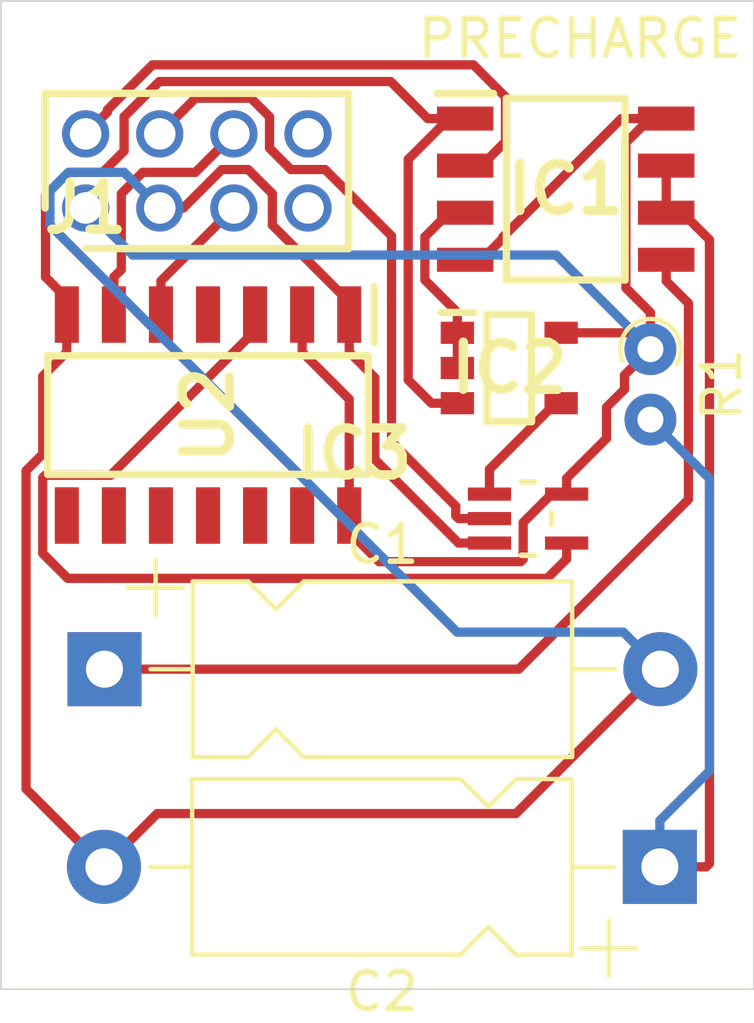
<source format=kicad_pcb>
(kicad_pcb (version 20171130) (host pcbnew "(5.1.0)-1")

  (general
    (thickness 1.6)
    (drawings 5)
    (tracks 153)
    (zones 0)
    (modules 8)
    (nets 21)
  )

  (page A4)
  (layers
    (0 F.Cu signal)
    (31 B.Cu signal)
    (32 B.Adhes user)
    (33 F.Adhes user)
    (34 B.Paste user)
    (35 F.Paste user)
    (36 B.SilkS user)
    (37 F.SilkS user)
    (38 B.Mask user)
    (39 F.Mask user)
    (40 Dwgs.User user)
    (41 Cmts.User user)
    (42 Eco1.User user)
    (43 Eco2.User user)
    (44 Edge.Cuts user)
    (45 Margin user)
    (46 B.CrtYd user)
    (47 F.CrtYd user)
    (48 B.Fab user)
    (49 F.Fab user)
  )

  (setup
    (last_trace_width 0.25)
    (trace_clearance 0.2)
    (zone_clearance 0.508)
    (zone_45_only no)
    (trace_min 0.2)
    (via_size 0.8)
    (via_drill 0.4)
    (via_min_size 0.4)
    (via_min_drill 0.3)
    (uvia_size 0.3)
    (uvia_drill 0.1)
    (uvias_allowed no)
    (uvia_min_size 0.2)
    (uvia_min_drill 0.1)
    (edge_width 0.05)
    (segment_width 0.2)
    (pcb_text_width 0.3)
    (pcb_text_size 1.5 1.5)
    (mod_edge_width 0.12)
    (mod_text_size 1 1)
    (mod_text_width 0.15)
    (pad_size 1.524 1.524)
    (pad_drill 0.762)
    (pad_to_mask_clearance 0.051)
    (solder_mask_min_width 0.25)
    (aux_axis_origin 0 0)
    (visible_elements 7FFFFFFF)
    (pcbplotparams
      (layerselection 0x010fc_ffffffff)
      (usegerberextensions false)
      (usegerberattributes false)
      (usegerberadvancedattributes false)
      (creategerberjobfile false)
      (excludeedgelayer true)
      (linewidth 0.100000)
      (plotframeref false)
      (viasonmask false)
      (mode 1)
      (useauxorigin false)
      (hpglpennumber 1)
      (hpglpenspeed 20)
      (hpglpendiameter 15.000000)
      (psnegative false)
      (psa4output false)
      (plotreference true)
      (plotvalue true)
      (plotinvisibletext false)
      (padsonsilk false)
      (subtractmaskfromsilk false)
      (outputformat 1)
      (mirror false)
      (drillshape 0)
      (scaleselection 1)
      (outputdirectory "Precharge/"))
  )

  (net 0 "")
  (net 1 /Gnd)
  (net 2 "Net-(C1-Pad1)")
  (net 3 "Net-(C2-Pad1)")
  (net 4 "Net-(IC1-Pad2)")
  (net 5 "Net-(IC1-Pad3)")
  (net 6 /Vcc)
  (net 7 "Net-(IC2-Pad4)")
  (net 8 /Voltage_Sensor)
  (net 9 "Net-(IC3-Pad4)")
  (net 10 "Net-(J1-Pad5)")
  (net 11 "Net-(J1-Pad6)")
  (net 12 "Net-(J1-Pad7)")
  (net 13 "Net-(J1-Pad8)")
  (net 14 "Net-(U2-Pad4)")
  (net 15 "Net-(U2-Pad8)")
  (net 16 "Net-(U2-Pad9)")
  (net 17 "Net-(U2-Pad10)")
  (net 18 "Net-(U2-Pad11)")
  (net 19 "Net-(U2-Pad12)")
  (net 20 "Net-(U2-Pad13)")

  (net_class Default "This is the default net class."
    (clearance 0.2)
    (trace_width 0.25)
    (via_dia 0.8)
    (via_drill 0.4)
    (uvia_dia 0.3)
    (uvia_drill 0.1)
    (add_net /Gnd)
    (add_net /Vcc)
    (add_net /Voltage_Sensor)
    (add_net "Net-(C1-Pad1)")
    (add_net "Net-(C2-Pad1)")
    (add_net "Net-(IC1-Pad2)")
    (add_net "Net-(IC1-Pad3)")
    (add_net "Net-(IC2-Pad4)")
    (add_net "Net-(IC3-Pad4)")
    (add_net "Net-(J1-Pad5)")
    (add_net "Net-(J1-Pad6)")
    (add_net "Net-(J1-Pad7)")
    (add_net "Net-(J1-Pad8)")
    (add_net "Net-(U2-Pad10)")
    (add_net "Net-(U2-Pad11)")
    (add_net "Net-(U2-Pad12)")
    (add_net "Net-(U2-Pad13)")
    (add_net "Net-(U2-Pad4)")
    (add_net "Net-(U2-Pad8)")
    (add_net "Net-(U2-Pad9)")
  )

  (module SamacSys_Parts:SHDR8W46P200_2X4_819X419X444P (layer F.Cu) (tedit 0) (tstamp 5D5D7429)
    (at 79.756 70.358)
    (descr 79107-7003_a)
    (tags Connector)
    (path /5D5D6AC9)
    (fp_text reference J1 (at 0 0) (layer F.SilkS)
      (effects (font (size 1.27 1.27) (thickness 0.254)))
    )
    (fp_text value 79107-7003 (at 0 0) (layer F.SilkS) hide
      (effects (font (size 1.27 1.27) (thickness 0.254)))
    )
    (fp_line (start -1.095 -3.095) (end -1.095 0) (layer F.SilkS) (width 0.2))
    (fp_line (start 7.095 -3.095) (end -1.095 -3.095) (layer F.SilkS) (width 0.2))
    (fp_line (start 7.095 1.095) (end 7.095 -3.095) (layer F.SilkS) (width 0.2))
    (fp_line (start 0 1.095) (end 7.095 1.095) (layer F.SilkS) (width 0.2))
    (fp_line (start 7.095 1.095) (end -1.095 1.095) (layer F.Fab) (width 0.1))
    (fp_line (start 7.095 -3.095) (end 7.095 1.095) (layer F.Fab) (width 0.1))
    (fp_line (start -1.095 -3.095) (end 7.095 -3.095) (layer F.Fab) (width 0.1))
    (fp_line (start -1.095 1.095) (end -1.095 -3.095) (layer F.Fab) (width 0.1))
    (fp_line (start 7.345 1.345) (end -1.345 1.345) (layer F.CrtYd) (width 0.05))
    (fp_line (start 7.345 -3.345) (end 7.345 1.345) (layer F.CrtYd) (width 0.05))
    (fp_line (start -1.345 -3.345) (end 7.345 -3.345) (layer F.CrtYd) (width 0.05))
    (fp_line (start -1.345 1.345) (end -1.345 -3.345) (layer F.CrtYd) (width 0.05))
    (fp_text user %R (at 0 0) (layer F.Fab)
      (effects (font (size 1.27 1.27) (thickness 0.254)))
    )
    (pad 8 thru_hole circle (at 6 -2) (size 1.275 1.275) (drill 0.85) (layers *.Cu *.Mask)
      (net 13 "Net-(J1-Pad8)"))
    (pad 7 thru_hole circle (at 6 0) (size 1.275 1.275) (drill 0.85) (layers *.Cu *.Mask)
      (net 12 "Net-(J1-Pad7)"))
    (pad 6 thru_hole circle (at 4 -2) (size 1.275 1.275) (drill 0.85) (layers *.Cu *.Mask)
      (net 11 "Net-(J1-Pad6)"))
    (pad 5 thru_hole circle (at 4 0) (size 1.275 1.275) (drill 0.85) (layers *.Cu *.Mask)
      (net 10 "Net-(J1-Pad5)"))
    (pad 4 thru_hole circle (at 2 -2) (size 1.275 1.275) (drill 0.85) (layers *.Cu *.Mask)
      (net 8 /Voltage_Sensor))
    (pad 3 thru_hole circle (at 2 0) (size 1.275 1.275) (drill 0.85) (layers *.Cu *.Mask)
      (net 1 /Gnd))
    (pad 2 thru_hole circle (at 0 -2) (size 1.275 1.275) (drill 0.85) (layers *.Cu *.Mask)
      (net 4 "Net-(IC1-Pad2)"))
    (pad 1 thru_hole circle (at 0 0) (size 1.275 1.275) (drill 0.85) (layers *.Cu *.Mask)
      (net 6 /Vcc))
    (model "F:\\FS electric vehicle\\KiCAD Models\\SamacSys_Parts.3dshapes\\79107-7003.stp"
      (at (xyz 0 0 0))
      (scale (xyz 1 1 1))
      (rotate (xyz 0 0 0))
    )
  )

  (module SamacSys_Parts:NE555DR (layer F.Cu) (tedit 0) (tstamp 5D4C773F)
    (at 92.71 69.85)
    (descr "D (R-PDSO-G8)")
    (tags "Integrated Circuit")
    (path /5D4C2DF9)
    (attr smd)
    (fp_text reference IC1 (at 0 0) (layer F.SilkS)
      (effects (font (size 1.27 1.27) (thickness 0.254)))
    )
    (fp_text value LM555CN_NOPB (at 0 0) (layer F.SilkS) hide
      (effects (font (size 1.27 1.27) (thickness 0.254)))
    )
    (fp_line (start -3.725 -2.75) (end 3.725 -2.75) (layer Dwgs.User) (width 0.05))
    (fp_line (start 3.725 -2.75) (end 3.725 2.75) (layer Dwgs.User) (width 0.05))
    (fp_line (start 3.725 2.75) (end -3.725 2.75) (layer Dwgs.User) (width 0.05))
    (fp_line (start -3.725 2.75) (end -3.725 -2.75) (layer Dwgs.User) (width 0.05))
    (fp_line (start -1.95 -2.45) (end 1.95 -2.45) (layer Dwgs.User) (width 0.1))
    (fp_line (start 1.95 -2.45) (end 1.95 2.45) (layer Dwgs.User) (width 0.1))
    (fp_line (start 1.95 2.45) (end -1.95 2.45) (layer Dwgs.User) (width 0.1))
    (fp_line (start -1.95 2.45) (end -1.95 -2.45) (layer Dwgs.User) (width 0.1))
    (fp_line (start -1.95 -1.18) (end -0.68 -2.45) (layer Dwgs.User) (width 0.1))
    (fp_line (start -1.6 -2.45) (end 1.6 -2.45) (layer F.SilkS) (width 0.2))
    (fp_line (start 1.6 -2.45) (end 1.6 2.45) (layer F.SilkS) (width 0.2))
    (fp_line (start 1.6 2.45) (end -1.6 2.45) (layer F.SilkS) (width 0.2))
    (fp_line (start -1.6 2.45) (end -1.6 -2.45) (layer F.SilkS) (width 0.2))
    (fp_line (start -3.475 -2.58) (end -1.95 -2.58) (layer F.SilkS) (width 0.2))
    (pad 1 smd rect (at -2.712 -1.905 90) (size 0.65 1.525) (layers F.Cu F.Paste)
      (net 1 /Gnd))
    (pad 2 smd rect (at -2.712 -0.635 90) (size 0.65 1.525) (layers F.Cu F.Paste)
      (net 4 "Net-(IC1-Pad2)"))
    (pad 3 smd rect (at -2.712 0.635 90) (size 0.65 1.525) (layers F.Cu F.Paste)
      (net 5 "Net-(IC1-Pad3)"))
    (pad 4 smd rect (at -2.712 1.905 90) (size 0.65 1.525) (layers F.Cu F.Paste)
      (net 6 /Vcc))
    (pad 5 smd rect (at 2.712 1.905 90) (size 0.65 1.525) (layers F.Cu F.Paste)
      (net 2 "Net-(C1-Pad1)"))
    (pad 6 smd rect (at 2.712 0.635 90) (size 0.65 1.525) (layers F.Cu F.Paste)
      (net 3 "Net-(C2-Pad1)"))
    (pad 7 smd rect (at 2.712 -0.635 90) (size 0.65 1.525) (layers F.Cu F.Paste)
      (net 3 "Net-(C2-Pad1)"))
    (pad 8 smd rect (at 2.712 -1.905 90) (size 0.65 1.525) (layers F.Cu F.Paste)
      (net 6 /Vcc))
    (model "F:\\FS electric vehicle\\KiCAD Models\\SamacSys_Parts.3dshapes\\NE555DR.stp"
      (at (xyz 0 0 0))
      (scale (xyz 1 1 1))
      (rotate (xyz 0 0 0))
    )
  )

  (module Capacitor_THT:CP_Axial_L10.0mm_D4.5mm_P15.00mm_Horizontal (layer F.Cu) (tedit 5AE50EF2) (tstamp 5D4C7725)
    (at 95.25 88.138 180)
    (descr "CP, Axial series, Axial, Horizontal, pin pitch=15mm, , length*diameter=10*4.5mm^2, Electrolytic Capacitor, , http://www.vishay.com/docs/28325/021asm.pdf")
    (tags "CP Axial series Axial Horizontal pin pitch 15mm  length 10mm diameter 4.5mm Electrolytic Capacitor")
    (path /5D358DFB)
    (fp_text reference C2 (at 7.5 -3.37 180) (layer F.SilkS)
      (effects (font (size 1 1) (thickness 0.15)))
    )
    (fp_text value 100u (at 7.5 3.37 180) (layer F.Fab)
      (effects (font (size 1 1) (thickness 0.15)))
    )
    (fp_line (start 2.5 -2.25) (end 2.5 2.25) (layer F.Fab) (width 0.1))
    (fp_line (start 12.5 -2.25) (end 12.5 2.25) (layer F.Fab) (width 0.1))
    (fp_line (start 2.5 -2.25) (end 3.88 -2.25) (layer F.Fab) (width 0.1))
    (fp_line (start 3.88 -2.25) (end 4.63 -1.5) (layer F.Fab) (width 0.1))
    (fp_line (start 4.63 -1.5) (end 5.38 -2.25) (layer F.Fab) (width 0.1))
    (fp_line (start 5.38 -2.25) (end 12.5 -2.25) (layer F.Fab) (width 0.1))
    (fp_line (start 2.5 2.25) (end 3.88 2.25) (layer F.Fab) (width 0.1))
    (fp_line (start 3.88 2.25) (end 4.63 1.5) (layer F.Fab) (width 0.1))
    (fp_line (start 4.63 1.5) (end 5.38 2.25) (layer F.Fab) (width 0.1))
    (fp_line (start 5.38 2.25) (end 12.5 2.25) (layer F.Fab) (width 0.1))
    (fp_line (start 0 0) (end 2.5 0) (layer F.Fab) (width 0.1))
    (fp_line (start 15 0) (end 12.5 0) (layer F.Fab) (width 0.1))
    (fp_line (start 3.9 0) (end 5.4 0) (layer F.Fab) (width 0.1))
    (fp_line (start 4.65 -0.75) (end 4.65 0.75) (layer F.Fab) (width 0.1))
    (fp_line (start 0.63 -2.2) (end 2.13 -2.2) (layer F.SilkS) (width 0.12))
    (fp_line (start 1.38 -2.95) (end 1.38 -1.45) (layer F.SilkS) (width 0.12))
    (fp_line (start 2.38 -2.37) (end 2.38 2.37) (layer F.SilkS) (width 0.12))
    (fp_line (start 12.62 -2.37) (end 12.62 2.37) (layer F.SilkS) (width 0.12))
    (fp_line (start 2.38 -2.37) (end 3.88 -2.37) (layer F.SilkS) (width 0.12))
    (fp_line (start 3.88 -2.37) (end 4.63 -1.62) (layer F.SilkS) (width 0.12))
    (fp_line (start 4.63 -1.62) (end 5.38 -2.37) (layer F.SilkS) (width 0.12))
    (fp_line (start 5.38 -2.37) (end 12.62 -2.37) (layer F.SilkS) (width 0.12))
    (fp_line (start 2.38 2.37) (end 3.88 2.37) (layer F.SilkS) (width 0.12))
    (fp_line (start 3.88 2.37) (end 4.63 1.62) (layer F.SilkS) (width 0.12))
    (fp_line (start 4.63 1.62) (end 5.38 2.37) (layer F.SilkS) (width 0.12))
    (fp_line (start 5.38 2.37) (end 12.62 2.37) (layer F.SilkS) (width 0.12))
    (fp_line (start 1.24 0) (end 2.38 0) (layer F.SilkS) (width 0.12))
    (fp_line (start 13.76 0) (end 12.62 0) (layer F.SilkS) (width 0.12))
    (fp_line (start -1.25 -2.5) (end -1.25 2.5) (layer F.CrtYd) (width 0.05))
    (fp_line (start -1.25 2.5) (end 16.25 2.5) (layer F.CrtYd) (width 0.05))
    (fp_line (start 16.25 2.5) (end 16.25 -2.5) (layer F.CrtYd) (width 0.05))
    (fp_line (start 16.25 -2.5) (end -1.25 -2.5) (layer F.CrtYd) (width 0.05))
    (fp_text user %R (at 7.5 0 180) (layer F.Fab)
      (effects (font (size 1 1) (thickness 0.15)))
    )
    (pad 1 thru_hole rect (at 0 0 180) (size 2 2) (drill 1) (layers *.Cu *.Mask)
      (net 3 "Net-(C2-Pad1)"))
    (pad 2 thru_hole oval (at 15 0 180) (size 2 2) (drill 1) (layers *.Cu *.Mask)
      (net 1 /Gnd))
    (model ${KISYS3DMOD}/Capacitor_THT.3dshapes/CP_Axial_L10.0mm_D4.5mm_P15.00mm_Horizontal.wrl
      (at (xyz 0 0 0))
      (scale (xyz 1 1 1))
      (rotate (xyz 0 0 0))
    )
  )

  (module Capacitor_THT:CP_Axial_L10.0mm_D4.5mm_P15.00mm_Horizontal (layer F.Cu) (tedit 5AE50EF2) (tstamp 5D4C76FE)
    (at 80.264 82.804)
    (descr "CP, Axial series, Axial, Horizontal, pin pitch=15mm, , length*diameter=10*4.5mm^2, Electrolytic Capacitor, , http://www.vishay.com/docs/28325/021asm.pdf")
    (tags "CP Axial series Axial Horizontal pin pitch 15mm  length 10mm diameter 4.5mm Electrolytic Capacitor")
    (path /5D359270)
    (fp_text reference C1 (at 7.5 -3.37) (layer F.SilkS)
      (effects (font (size 1 1) (thickness 0.15)))
    )
    (fp_text value 0.1u (at 7.5 3.37) (layer F.Fab)
      (effects (font (size 1 1) (thickness 0.15)))
    )
    (fp_text user %R (at 7.5 0) (layer F.Fab)
      (effects (font (size 1 1) (thickness 0.15)))
    )
    (fp_line (start 16.25 -2.5) (end -1.25 -2.5) (layer F.CrtYd) (width 0.05))
    (fp_line (start 16.25 2.5) (end 16.25 -2.5) (layer F.CrtYd) (width 0.05))
    (fp_line (start -1.25 2.5) (end 16.25 2.5) (layer F.CrtYd) (width 0.05))
    (fp_line (start -1.25 -2.5) (end -1.25 2.5) (layer F.CrtYd) (width 0.05))
    (fp_line (start 13.76 0) (end 12.62 0) (layer F.SilkS) (width 0.12))
    (fp_line (start 1.24 0) (end 2.38 0) (layer F.SilkS) (width 0.12))
    (fp_line (start 5.38 2.37) (end 12.62 2.37) (layer F.SilkS) (width 0.12))
    (fp_line (start 4.63 1.62) (end 5.38 2.37) (layer F.SilkS) (width 0.12))
    (fp_line (start 3.88 2.37) (end 4.63 1.62) (layer F.SilkS) (width 0.12))
    (fp_line (start 2.38 2.37) (end 3.88 2.37) (layer F.SilkS) (width 0.12))
    (fp_line (start 5.38 -2.37) (end 12.62 -2.37) (layer F.SilkS) (width 0.12))
    (fp_line (start 4.63 -1.62) (end 5.38 -2.37) (layer F.SilkS) (width 0.12))
    (fp_line (start 3.88 -2.37) (end 4.63 -1.62) (layer F.SilkS) (width 0.12))
    (fp_line (start 2.38 -2.37) (end 3.88 -2.37) (layer F.SilkS) (width 0.12))
    (fp_line (start 12.62 -2.37) (end 12.62 2.37) (layer F.SilkS) (width 0.12))
    (fp_line (start 2.38 -2.37) (end 2.38 2.37) (layer F.SilkS) (width 0.12))
    (fp_line (start 1.38 -2.95) (end 1.38 -1.45) (layer F.SilkS) (width 0.12))
    (fp_line (start 0.63 -2.2) (end 2.13 -2.2) (layer F.SilkS) (width 0.12))
    (fp_line (start 4.65 -0.75) (end 4.65 0.75) (layer F.Fab) (width 0.1))
    (fp_line (start 3.9 0) (end 5.4 0) (layer F.Fab) (width 0.1))
    (fp_line (start 15 0) (end 12.5 0) (layer F.Fab) (width 0.1))
    (fp_line (start 0 0) (end 2.5 0) (layer F.Fab) (width 0.1))
    (fp_line (start 5.38 2.25) (end 12.5 2.25) (layer F.Fab) (width 0.1))
    (fp_line (start 4.63 1.5) (end 5.38 2.25) (layer F.Fab) (width 0.1))
    (fp_line (start 3.88 2.25) (end 4.63 1.5) (layer F.Fab) (width 0.1))
    (fp_line (start 2.5 2.25) (end 3.88 2.25) (layer F.Fab) (width 0.1))
    (fp_line (start 5.38 -2.25) (end 12.5 -2.25) (layer F.Fab) (width 0.1))
    (fp_line (start 4.63 -1.5) (end 5.38 -2.25) (layer F.Fab) (width 0.1))
    (fp_line (start 3.88 -2.25) (end 4.63 -1.5) (layer F.Fab) (width 0.1))
    (fp_line (start 2.5 -2.25) (end 3.88 -2.25) (layer F.Fab) (width 0.1))
    (fp_line (start 12.5 -2.25) (end 12.5 2.25) (layer F.Fab) (width 0.1))
    (fp_line (start 2.5 -2.25) (end 2.5 2.25) (layer F.Fab) (width 0.1))
    (pad 2 thru_hole oval (at 15 0) (size 2 2) (drill 1) (layers *.Cu *.Mask)
      (net 1 /Gnd))
    (pad 1 thru_hole rect (at 0 0) (size 2 2) (drill 1) (layers *.Cu *.Mask)
      (net 2 "Net-(C1-Pad1)"))
    (model ${KISYS3DMOD}/Capacitor_THT.3dshapes/CP_Axial_L10.0mm_D4.5mm_P15.00mm_Horizontal.wrl
      (at (xyz 0 0 0))
      (scale (xyz 1 1 1))
      (rotate (xyz 0 0 0))
    )
  )

  (module SamacSys_Parts:SOT95P280X125-5N (layer F.Cu) (tedit 0) (tstamp 5D4C7757)
    (at 91.186 74.676)
    (descr SSOP5)
    (tags "Integrated Circuit")
    (path /5D4D8A5D)
    (attr smd)
    (fp_text reference IC2 (at 0 0) (layer F.SilkS)
      (effects (font (size 1.27 1.27) (thickness 0.254)))
    )
    (fp_text value BU4S11G2-TR (at 0 0) (layer F.SilkS) hide
      (effects (font (size 1.27 1.27) (thickness 0.254)))
    )
    (fp_text user %R (at 0 0) (layer F.Fab)
      (effects (font (size 1.27 1.27) (thickness 0.254)))
    )
    (fp_line (start -2.1 -1.8) (end 2.1 -1.8) (layer F.CrtYd) (width 0.05))
    (fp_line (start 2.1 -1.8) (end 2.1 1.8) (layer F.CrtYd) (width 0.05))
    (fp_line (start 2.1 1.8) (end -2.1 1.8) (layer F.CrtYd) (width 0.05))
    (fp_line (start -2.1 1.8) (end -2.1 -1.8) (layer F.CrtYd) (width 0.05))
    (fp_line (start -0.825 -1.45) (end 0.825 -1.45) (layer F.Fab) (width 0.1))
    (fp_line (start 0.825 -1.45) (end 0.825 1.45) (layer F.Fab) (width 0.1))
    (fp_line (start 0.825 1.45) (end -0.825 1.45) (layer F.Fab) (width 0.1))
    (fp_line (start -0.825 1.45) (end -0.825 -1.45) (layer F.Fab) (width 0.1))
    (fp_line (start -0.825 -0.5) (end 0.125 -1.45) (layer F.Fab) (width 0.1))
    (fp_line (start -0.6 -1.45) (end 0.6 -1.45) (layer F.SilkS) (width 0.2))
    (fp_line (start 0.6 -1.45) (end 0.6 1.45) (layer F.SilkS) (width 0.2))
    (fp_line (start 0.6 1.45) (end -0.6 1.45) (layer F.SilkS) (width 0.2))
    (fp_line (start -0.6 1.45) (end -0.6 -1.45) (layer F.SilkS) (width 0.2))
    (fp_line (start -1.85 -1.5) (end -0.95 -1.5) (layer F.SilkS) (width 0.2))
    (pad 1 smd rect (at -1.4 -0.95 90) (size 0.6 0.9) (layers F.Cu F.Paste F.Mask)
      (net 5 "Net-(IC1-Pad3)"))
    (pad 2 smd rect (at -1.4 0 90) (size 0.6 0.9) (layers F.Cu F.Paste F.Mask)
      (net 5 "Net-(IC1-Pad3)"))
    (pad 3 smd rect (at -1.4 0.95 90) (size 0.6 0.9) (layers F.Cu F.Paste F.Mask)
      (net 1 /Gnd))
    (pad 4 smd rect (at 1.4 0.95 90) (size 0.6 0.9) (layers F.Cu F.Paste F.Mask)
      (net 7 "Net-(IC2-Pad4)"))
    (pad 5 smd rect (at 1.4 -0.95 90) (size 0.6 0.9) (layers F.Cu F.Paste F.Mask)
      (net 6 /Vcc))
    (model "F:\\FS electric vehicle\\KiCAD Models\\SamacSys_Parts.3dshapes\\BU4S81G2-TR.stp"
      (at (xyz 0 0 0))
      (scale (xyz 1 1 1))
      (rotate (xyz 0 0 0))
    )
  )

  (module SamacSys_Parts:SOT65P210X110-5N (layer F.Cu) (tedit 0) (tstamp 5D4C7783)
    (at 91.694 78.74)
    (descr SOT65P210X110-5N)
    (tags "Integrated Circuit")
    (path /5D4E7AA5)
    (attr smd)
    (fp_text reference IC3 (at -4.699 -1.7526) (layer F.SilkS)
      (effects (font (size 1.27 1.27) (thickness 0.254)))
    )
    (fp_text value BU4S81G2-TR (at -4.699 -1.7526) (layer F.SilkS) hide
      (effects (font (size 1.27 1.27) (thickness 0.254)))
    )
    (fp_text user %R (at -4.699 -1.7526) (layer F.Fab)
      (effects (font (size 1.27 1.27) (thickness 0.254)))
    )
    (fp_line (start -0.1778 0.9906) (end 0.1778 0.9906) (layer F.SilkS) (width 0.1524))
    (fp_line (start 0.635 0.1524) (end 0.635 -0.1524) (layer F.SilkS) (width 0.1524))
    (fp_line (start 0.1778 -0.9906) (end -0.1778 -0.9906) (layer F.SilkS) (width 0.1524))
    (fp_line (start -0.635 0.9906) (end 0.635 0.9906) (layer F.Fab) (width 0.1524))
    (fp_line (start 0.635 0.9906) (end 0.635 0.7874) (layer F.Fab) (width 0.1524))
    (fp_line (start 0.635 0.7874) (end 0.635 0.508) (layer F.Fab) (width 0.1524))
    (fp_line (start 0.635 0.508) (end 0.635 -0.508) (layer F.Fab) (width 0.1524))
    (fp_line (start 0.635 -0.9906) (end 0.3048 -0.9906) (layer F.Fab) (width 0.1524))
    (fp_line (start 0.3048 -0.9906) (end -0.3048 -0.9906) (layer F.Fab) (width 0.1524))
    (fp_line (start -0.3048 -0.9906) (end -0.635 -0.9906) (layer F.Fab) (width 0.1524))
    (fp_line (start -0.635 -0.9906) (end -0.635 -0.7874) (layer F.Fab) (width 0.1524))
    (fp_line (start -0.635 -0.7874) (end -0.635 -0.508) (layer F.Fab) (width 0.1524))
    (fp_line (start -0.635 -0.508) (end -0.635 -0.1524) (layer F.Fab) (width 0.1524))
    (fp_line (start -0.635 -0.1524) (end -0.635 0.1524) (layer F.Fab) (width 0.1524))
    (fp_line (start -0.635 0.1524) (end -0.635 0.508) (layer F.Fab) (width 0.1524))
    (fp_line (start -0.635 -0.7874) (end -1.1938 -0.7874) (layer F.Fab) (width 0.1524))
    (fp_line (start -1.1938 -0.7874) (end -1.1938 -0.508) (layer F.Fab) (width 0.1524))
    (fp_line (start -1.1938 -0.508) (end -0.635 -0.508) (layer F.Fab) (width 0.1524))
    (fp_line (start -0.635 -0.1524) (end -1.1938 -0.1524) (layer F.Fab) (width 0.1524))
    (fp_line (start -1.1938 -0.1524) (end -1.1938 0.1524) (layer F.Fab) (width 0.1524))
    (fp_line (start -1.1938 0.1524) (end -0.635 0.1524) (layer F.Fab) (width 0.1524))
    (fp_line (start -0.635 0.9906) (end -0.635 0.7874) (layer F.Fab) (width 0.1524))
    (fp_line (start -0.635 0.7874) (end -0.635 0.508) (layer F.Fab) (width 0.1524))
    (fp_line (start -0.635 0.508) (end -1.1938 0.508) (layer F.Fab) (width 0.1524))
    (fp_line (start -1.1938 0.508) (end -1.1938 0.7874) (layer F.Fab) (width 0.1524))
    (fp_line (start -1.1938 0.7874) (end -0.635 0.7874) (layer F.Fab) (width 0.1524))
    (fp_line (start 0.635 0.7874) (end 1.1938 0.7874) (layer F.Fab) (width 0.1524))
    (fp_line (start 1.1938 0.7874) (end 1.1938 0.508) (layer F.Fab) (width 0.1524))
    (fp_line (start 1.1938 0.508) (end 0.635 0.508) (layer F.Fab) (width 0.1524))
    (fp_line (start 0.635 -0.9906) (end 0.635 -0.7874) (layer F.Fab) (width 0.1524))
    (fp_line (start 0.635 -0.7874) (end 0.635 -0.508) (layer F.Fab) (width 0.1524))
    (fp_line (start 0.635 -0.508) (end 1.1938 -0.508) (layer F.Fab) (width 0.1524))
    (fp_line (start 1.1938 -0.508) (end 1.1938 -0.7874) (layer F.Fab) (width 0.1524))
    (fp_line (start 1.1938 -0.7874) (end 0.635 -0.7874) (layer F.Fab) (width 0.1524))
    (pad 1 smd rect (at -1.0414 -0.6604 90) (size 0.3556 1.1684) (layers F.Cu F.Paste F.Mask)
      (net 7 "Net-(IC2-Pad4)"))
    (pad 2 smd rect (at -1.0414 0 90) (size 0.3556 1.1684) (layers F.Cu F.Paste F.Mask)
      (net 8 /Voltage_Sensor))
    (pad 3 smd rect (at -1.0414 0.6604 90) (size 0.3556 1.1684) (layers F.Cu F.Paste F.Mask)
      (net 1 /Gnd))
    (pad 4 smd rect (at 1.0414 0.6604 90) (size 0.3556 1.1684) (layers F.Cu F.Paste F.Mask)
      (net 9 "Net-(IC3-Pad4)"))
    (pad 5 smd rect (at 1.0414 -0.6604 90) (size 0.3556 1.1684) (layers F.Cu F.Paste F.Mask)
      (net 6 /Vcc))
  )

  (module Resistor_THT:R_Axial_DIN0204_L3.6mm_D1.6mm_P1.90mm_Vertical (layer F.Cu) (tedit 5AE5139B) (tstamp 5D4C77AA)
    (at 94.996 74.168 270)
    (descr "Resistor, Axial_DIN0204 series, Axial, Vertical, pin pitch=1.9mm, 0.167W, length*diameter=3.6*1.6mm^2, http://cdn-reichelt.de/documents/datenblatt/B400/1_4W%23YAG.pdf")
    (tags "Resistor Axial_DIN0204 series Axial Vertical pin pitch 1.9mm 0.167W length 3.6mm diameter 1.6mm")
    (path /5D358423)
    (fp_text reference R1 (at 0.95 -1.92 270) (layer F.SilkS)
      (effects (font (size 1 1) (thickness 0.15)))
    )
    (fp_text value 10k (at 0.95 1.92 270) (layer F.Fab)
      (effects (font (size 1 1) (thickness 0.15)))
    )
    (fp_arc (start 0 0) (end 0.417133 -0.7) (angle -233.92106) (layer F.SilkS) (width 0.12))
    (fp_circle (center 0 0) (end 0.8 0) (layer F.Fab) (width 0.1))
    (fp_line (start 0 0) (end 1.9 0) (layer F.Fab) (width 0.1))
    (fp_line (start -1.05 -1.05) (end -1.05 1.05) (layer F.CrtYd) (width 0.05))
    (fp_line (start -1.05 1.05) (end 2.86 1.05) (layer F.CrtYd) (width 0.05))
    (fp_line (start 2.86 1.05) (end 2.86 -1.05) (layer F.CrtYd) (width 0.05))
    (fp_line (start 2.86 -1.05) (end -1.05 -1.05) (layer F.CrtYd) (width 0.05))
    (fp_text user %R (at 0.95 -1.92 270) (layer F.Fab)
      (effects (font (size 1 1) (thickness 0.15)))
    )
    (pad 1 thru_hole circle (at 0 0 270) (size 1.4 1.4) (drill 0.7) (layers *.Cu *.Mask)
      (net 6 /Vcc))
    (pad 2 thru_hole oval (at 1.9 0 270) (size 1.4 1.4) (drill 0.7) (layers *.Cu *.Mask)
      (net 3 "Net-(C2-Pad1)"))
    (model ${KISYS3DMOD}/Resistor_THT.3dshapes/R_Axial_DIN0204_L3.6mm_D1.6mm_P1.90mm_Vertical.wrl
      (at (xyz 0 0 0))
      (scale (xyz 1 1 1))
      (rotate (xyz 0 0 0))
    )
  )

  (module SamacSys_Parts:SOIC127P600X175-14N (layer F.Cu) (tedit 0) (tstamp 5D4C77CB)
    (at 83.058 75.946 270)
    (descr "D(R-PDSO-G14)")
    (tags "Integrated Circuit")
    (path /5D35ED61)
    (attr smd)
    (fp_text reference U2 (at 0 0 270) (layer F.SilkS)
      (effects (font (size 1.27 1.27) (thickness 0.254)))
    )
    (fp_text value SN74LS74AD (at 0 0 270) (layer F.SilkS) hide
      (effects (font (size 1.27 1.27) (thickness 0.254)))
    )
    (fp_text user %R (at 0 0 270) (layer F.Fab)
      (effects (font (size 1.27 1.27) (thickness 0.254)))
    )
    (fp_line (start -3.725 -4.625) (end 3.725 -4.625) (layer F.CrtYd) (width 0.05))
    (fp_line (start 3.725 -4.625) (end 3.725 4.625) (layer F.CrtYd) (width 0.05))
    (fp_line (start 3.725 4.625) (end -3.725 4.625) (layer F.CrtYd) (width 0.05))
    (fp_line (start -3.725 4.625) (end -3.725 -4.625) (layer F.CrtYd) (width 0.05))
    (fp_line (start -1.95 -4.325) (end 1.95 -4.325) (layer F.Fab) (width 0.1))
    (fp_line (start 1.95 -4.325) (end 1.95 4.325) (layer F.Fab) (width 0.1))
    (fp_line (start 1.95 4.325) (end -1.95 4.325) (layer F.Fab) (width 0.1))
    (fp_line (start -1.95 4.325) (end -1.95 -4.325) (layer F.Fab) (width 0.1))
    (fp_line (start -1.95 -3.055) (end -0.68 -4.325) (layer F.Fab) (width 0.1))
    (fp_line (start -1.6 -4.325) (end 1.6 -4.325) (layer F.SilkS) (width 0.2))
    (fp_line (start 1.6 -4.325) (end 1.6 4.325) (layer F.SilkS) (width 0.2))
    (fp_line (start 1.6 4.325) (end -1.6 4.325) (layer F.SilkS) (width 0.2))
    (fp_line (start -1.6 4.325) (end -1.6 -4.325) (layer F.SilkS) (width 0.2))
    (fp_line (start -3.475 -4.485) (end -1.95 -4.485) (layer F.SilkS) (width 0.2))
    (pad 1 smd rect (at -2.712 -3.81) (size 0.65 1.525) (layers F.Cu F.Paste F.Mask)
      (net 1 /Gnd))
    (pad 2 smd rect (at -2.712 -2.54) (size 0.65 1.525) (layers F.Cu F.Paste F.Mask)
      (net 6 /Vcc))
    (pad 3 smd rect (at -2.712 -1.27) (size 0.65 1.525) (layers F.Cu F.Paste F.Mask)
      (net 9 "Net-(IC3-Pad4)"))
    (pad 4 smd rect (at -2.712 0) (size 0.65 1.525) (layers F.Cu F.Paste F.Mask)
      (net 14 "Net-(U2-Pad4)"))
    (pad 5 smd rect (at -2.712 1.27) (size 0.65 1.525) (layers F.Cu F.Paste F.Mask)
      (net 10 "Net-(J1-Pad5)"))
    (pad 6 smd rect (at -2.712 2.54) (size 0.65 1.525) (layers F.Cu F.Paste F.Mask)
      (net 11 "Net-(J1-Pad6)"))
    (pad 7 smd rect (at -2.712 3.81) (size 0.65 1.525) (layers F.Cu F.Paste F.Mask)
      (net 1 /Gnd))
    (pad 8 smd rect (at 2.712 3.81) (size 0.65 1.525) (layers F.Cu F.Paste F.Mask)
      (net 15 "Net-(U2-Pad8)"))
    (pad 9 smd rect (at 2.712 2.54) (size 0.65 1.525) (layers F.Cu F.Paste F.Mask)
      (net 16 "Net-(U2-Pad9)"))
    (pad 10 smd rect (at 2.712 1.27) (size 0.65 1.525) (layers F.Cu F.Paste F.Mask)
      (net 17 "Net-(U2-Pad10)"))
    (pad 11 smd rect (at 2.712 0) (size 0.65 1.525) (layers F.Cu F.Paste F.Mask)
      (net 18 "Net-(U2-Pad11)"))
    (pad 12 smd rect (at 2.712 -1.27) (size 0.65 1.525) (layers F.Cu F.Paste F.Mask)
      (net 19 "Net-(U2-Pad12)"))
    (pad 13 smd rect (at 2.712 -2.54) (size 0.65 1.525) (layers F.Cu F.Paste F.Mask)
      (net 20 "Net-(U2-Pad13)"))
    (pad 14 smd rect (at 2.712 -3.81) (size 0.65 1.525) (layers F.Cu F.Paste F.Mask)
      (net 6 /Vcc))
    (model "F:\\FS electric vehicle\\KiCAD Models\\SamacSys_Parts.3dshapes\\SN74LS74AD.stp"
      (at (xyz 0 0 0))
      (scale (xyz 1 1 1))
      (rotate (xyz 0 0 0))
    )
  )

  (gr_text PRECHARGE (at 93.091 65.786) (layer F.SilkS)
    (effects (font (size 1 1) (thickness 0.15)))
  )
  (gr_line (start 77.47 91.44) (end 77.47 64.77) (layer Edge.Cuts) (width 0.05) (tstamp 5D5D8BF4))
  (gr_line (start 97.79 91.44) (end 77.47 91.44) (layer Edge.Cuts) (width 0.05))
  (gr_line (start 97.79 64.77) (end 97.79 91.44) (layer Edge.Cuts) (width 0.05))
  (gr_line (start 77.47 64.77) (end 97.79 64.77) (layer Edge.Cuts) (width 0.05))

  (segment (start 89.5605 67.945) (end 89.998 67.945) (width 0.25) (layer F.Cu) (net 1))
  (segment (start 88.460489 69.045011) (end 89.5605 67.945) (width 0.25) (layer F.Cu) (net 1))
  (segment (start 88.460489 75.000489) (end 88.460489 69.045011) (width 0.25) (layer F.Cu) (net 1))
  (segment (start 89.086 75.626) (end 88.460489 75.000489) (width 0.25) (layer F.Cu) (net 1))
  (segment (start 89.786 75.626) (end 89.086 75.626) (width 0.25) (layer F.Cu) (net 1))
  (segment (start 88.9855 67.945) (end 87.985989 66.945489) (width 0.25) (layer F.Cu) (net 1))
  (segment (start 89.998 67.945) (end 88.9855 67.945) (width 0.25) (layer F.Cu) (net 1))
  (segment (start 87.985989 66.945489) (end 81.744009 66.945489) (width 0.25) (layer F.Cu) (net 1))
  (segment (start 79.248 72.7965) (end 79.248 73.234) (width 0.25) (layer F.Cu) (net 1))
  (segment (start 78.673 72.2215) (end 79.248 72.7965) (width 0.25) (layer F.Cu) (net 1))
  (segment (start 94.264001 83.803999) (end 95.264 82.804) (width 0.25) (layer F.Cu) (net 1))
  (segment (start 91.366401 86.701599) (end 94.264001 83.803999) (width 0.25) (layer F.Cu) (net 1))
  (segment (start 81.686401 86.701599) (end 91.366401 86.701599) (width 0.25) (layer F.Cu) (net 1))
  (segment (start 80.25 88.138) (end 81.686401 86.701599) (width 0.25) (layer F.Cu) (net 1))
  (segment (start 81.118501 69.720501) (end 81.756 70.358) (width 0.25) (layer B.Cu) (net 1))
  (segment (start 80.793499 69.395499) (end 81.118501 69.720501) (width 0.25) (layer B.Cu) (net 1))
  (segment (start 79.293999 69.395499) (end 80.793499 69.395499) (width 0.25) (layer B.Cu) (net 1))
  (segment (start 78.793499 70.820001) (end 78.793499 69.895999) (width 0.25) (layer B.Cu) (net 1))
  (segment (start 78.793499 69.895999) (end 79.293999 69.395499) (width 0.25) (layer B.Cu) (net 1))
  (segment (start 89.777499 81.804001) (end 78.793499 70.820001) (width 0.25) (layer B.Cu) (net 1))
  (segment (start 94.264001 81.804001) (end 89.777499 81.804001) (width 0.25) (layer B.Cu) (net 1))
  (segment (start 95.264 82.804) (end 94.264001 81.804001) (width 0.25) (layer B.Cu) (net 1))
  (segment (start 79.250001 87.138001) (end 80.25 88.138) (width 0.25) (layer F.Cu) (net 1))
  (segment (start 78.597999 86.485999) (end 79.250001 87.138001) (width 0.25) (layer F.Cu) (net 1))
  (segment (start 79.248 74.2465) (end 78.597999 74.896501) (width 0.25) (layer F.Cu) (net 1))
  (segment (start 79.248 73.234) (end 79.248 74.2465) (width 0.25) (layer F.Cu) (net 1))
  (segment (start 86.868 72.894502) (end 86.868 73.234) (width 0.25) (layer F.Cu) (net 1))
  (segment (start 81.756 70.358) (end 82.39241 70.358) (width 0.25) (layer F.Cu) (net 1))
  (segment (start 84.143003 69.320501) (end 84.793499 69.970997) (width 0.25) (layer F.Cu) (net 1))
  (segment (start 84.793499 69.970997) (end 84.793499 70.820001) (width 0.25) (layer F.Cu) (net 1))
  (segment (start 82.39241 70.358) (end 83.429909 69.320501) (width 0.25) (layer F.Cu) (net 1))
  (segment (start 83.429909 69.320501) (end 84.143003 69.320501) (width 0.25) (layer F.Cu) (net 1))
  (segment (start 84.793499 70.820001) (end 86.868 72.894502) (width 0.25) (layer F.Cu) (net 1))
  (segment (start 78.147989 86.035989) (end 79.250001 87.138001) (width 0.25) (layer F.Cu) (net 1))
  (segment (start 78.147989 77.449099) (end 78.147989 86.035989) (width 0.25) (layer F.Cu) (net 1))
  (segment (start 78.597999 76.999089) (end 78.147989 77.449099) (width 0.25) (layer F.Cu) (net 1))
  (segment (start 78.597999 74.896501) (end 78.597999 76.999089) (width 0.25) (layer F.Cu) (net 1))
  (segment (start 89.8184 79.4004) (end 90.6526 79.4004) (width 0.25) (layer F.Cu) (net 1))
  (segment (start 87.560469 77.142469) (end 89.8184 79.4004) (width 0.25) (layer F.Cu) (net 1))
  (segment (start 87.560469 74.938969) (end 87.560469 77.142469) (width 0.25) (layer F.Cu) (net 1))
  (segment (start 86.868 74.2465) (end 87.560469 74.938969) (width 0.25) (layer F.Cu) (net 1))
  (segment (start 86.868 73.234) (end 86.868 74.2465) (width 0.25) (layer F.Cu) (net 1))
  (segment (start 78.673 70.016498) (end 78.673 72.2215) (width 0.25) (layer F.Cu) (net 1))
  (segment (start 79.293999 69.395499) (end 78.673 70.016498) (width 0.25) (layer F.Cu) (net 1))
  (segment (start 80.218001 69.395499) (end 79.293999 69.395499) (width 0.25) (layer F.Cu) (net 1))
  (segment (start 80.793499 68.820001) (end 80.218001 69.395499) (width 0.25) (layer F.Cu) (net 1))
  (segment (start 80.793499 67.895999) (end 80.793499 68.820001) (width 0.25) (layer F.Cu) (net 1))
  (segment (start 81.744009 66.945489) (end 80.793499 67.895999) (width 0.25) (layer F.Cu) (net 1))
  (segment (start 96.021001 72.929001) (end 96.021001 78.222999) (width 0.25) (layer F.Cu) (net 2))
  (segment (start 95.422 71.755) (end 95.422 72.33) (width 0.25) (layer F.Cu) (net 2))
  (segment (start 95.422 72.33) (end 96.021001 72.929001) (width 0.25) (layer F.Cu) (net 2))
  (segment (start 91.44 82.804) (end 80.264 82.804) (width 0.25) (layer F.Cu) (net 2))
  (segment (start 96.021001 78.222999) (end 91.44 82.804) (width 0.25) (layer F.Cu) (net 2))
  (segment (start 95.422 69.215) (end 95.422 70.485) (width 0.25) (layer F.Cu) (net 3))
  (segment (start 95.695999 76.767999) (end 94.996 76.068) (width 0.25) (layer B.Cu) (net 3))
  (segment (start 96.589001 77.661001) (end 95.695999 76.767999) (width 0.25) (layer B.Cu) (net 3))
  (segment (start 96.589001 85.548999) (end 96.589001 77.661001) (width 0.25) (layer B.Cu) (net 3))
  (segment (start 95.25 86.888) (end 96.589001 85.548999) (width 0.25) (layer B.Cu) (net 3))
  (segment (start 95.25 88.138) (end 95.25 86.888) (width 0.25) (layer B.Cu) (net 3))
  (segment (start 95.8595 70.485) (end 95.422 70.485) (width 0.25) (layer F.Cu) (net 3))
  (segment (start 96.589001 71.214501) (end 95.8595 70.485) (width 0.25) (layer F.Cu) (net 3))
  (segment (start 96.589001 88.048999) (end 96.589001 71.214501) (width 0.25) (layer F.Cu) (net 3))
  (segment (start 96.5 88.138) (end 96.589001 88.048999) (width 0.25) (layer F.Cu) (net 3))
  (segment (start 95.25 88.138) (end 96.5 88.138) (width 0.25) (layer F.Cu) (net 3))
  (segment (start 90.220981 66.495479) (end 81.557609 66.495479) (width 0.25) (layer F.Cu) (net 4))
  (segment (start 91.085501 67.359999) (end 90.220981 66.495479) (width 0.25) (layer F.Cu) (net 4))
  (segment (start 91.085501 68.564999) (end 91.085501 67.359999) (width 0.25) (layer F.Cu) (net 4))
  (segment (start 90.4355 69.215) (end 91.085501 68.564999) (width 0.25) (layer F.Cu) (net 4))
  (segment (start 89.998 69.215) (end 90.4355 69.215) (width 0.25) (layer F.Cu) (net 4))
  (segment (start 80.34349 67.77051) (end 79.756 68.358) (width 0.25) (layer F.Cu) (net 4))
  (segment (start 80.34349 67.709598) (end 80.34349 67.77051) (width 0.25) (layer F.Cu) (net 4))
  (segment (start 81.557609 66.495479) (end 80.34349 67.709598) (width 0.25) (layer F.Cu) (net 4))
  (segment (start 89.786 74.676) (end 89.786 73.726) (width 0.25) (layer F.Cu) (net 5))
  (segment (start 89.5605 70.485) (end 89.998 70.485) (width 0.25) (layer F.Cu) (net 5))
  (segment (start 88.910499 71.135001) (end 89.5605 70.485) (width 0.25) (layer F.Cu) (net 5))
  (segment (start 88.910499 72.300499) (end 88.910499 71.135001) (width 0.25) (layer F.Cu) (net 5))
  (segment (start 89.786 73.176) (end 88.910499 72.300499) (width 0.25) (layer F.Cu) (net 5))
  (segment (start 89.786 73.726) (end 89.786 73.176) (width 0.25) (layer F.Cu) (net 5))
  (segment (start 94.554 73.726) (end 94.996 74.168) (width 0.25) (layer F.Cu) (net 6))
  (segment (start 92.586 73.726) (end 94.554 73.726) (width 0.25) (layer F.Cu) (net 6))
  (segment (start 94.996 74.168) (end 94.296001 74.867999) (width 0.25) (layer F.Cu) (net 6))
  (segment (start 93.1418 78.0796) (end 92.7354 78.0796) (width 0.25) (layer F.Cu) (net 6))
  (segment (start 92.7354 77.6518) (end 92.7354 78.0796) (width 0.25) (layer F.Cu) (net 6))
  (segment (start 93.811011 76.576189) (end 92.7354 77.6518) (width 0.25) (layer F.Cu) (net 6))
  (segment (start 93.811011 75.735987) (end 93.811011 76.576189) (width 0.25) (layer F.Cu) (net 6))
  (segment (start 94.296001 75.250997) (end 93.811011 75.735987) (width 0.25) (layer F.Cu) (net 6))
  (segment (start 94.296001 74.867999) (end 94.296001 75.250997) (width 0.25) (layer F.Cu) (net 6))
  (segment (start 90.4355 71.755) (end 89.998 71.755) (width 0.25) (layer F.Cu) (net 6))
  (segment (start 91.0105 71.18) (end 90.4355 71.755) (width 0.25) (layer F.Cu) (net 6))
  (segment (start 91.0105 71.145002) (end 91.0105 71.18) (width 0.25) (layer F.Cu) (net 6))
  (segment (start 94.210502 67.945) (end 91.0105 71.145002) (width 0.25) (layer F.Cu) (net 6))
  (segment (start 95.422 67.945) (end 94.210502 67.945) (width 0.25) (layer F.Cu) (net 6))
  (segment (start 81.026 71.628) (end 79.756 70.358) (width 0.25) (layer B.Cu) (net 6))
  (segment (start 92.456 71.628) (end 81.026 71.628) (width 0.25) (layer B.Cu) (net 6))
  (segment (start 94.996 74.168) (end 92.456 71.628) (width 0.25) (layer B.Cu) (net 6))
  (segment (start 94.996 73.178051) (end 94.996 74.168) (width 0.25) (layer F.Cu) (net 6))
  (segment (start 94.334499 72.51655) (end 94.996 73.178051) (width 0.25) (layer F.Cu) (net 6))
  (segment (start 94.334499 68.595001) (end 94.334499 72.51655) (width 0.25) (layer F.Cu) (net 6))
  (segment (start 94.9845 67.945) (end 94.334499 68.595001) (width 0.25) (layer F.Cu) (net 6))
  (segment (start 95.422 67.945) (end 94.9845 67.945) (width 0.25) (layer F.Cu) (net 6))
  (segment (start 86.868 77.6455) (end 86.868 78.658) (width 0.25) (layer F.Cu) (net 6))
  (segment (start 86.868 75.5165) (end 86.868 77.6455) (width 0.25) (layer F.Cu) (net 6))
  (segment (start 85.598 74.2465) (end 86.868 75.5165) (width 0.25) (layer F.Cu) (net 6))
  (segment (start 85.598 73.234) (end 85.598 74.2465) (width 0.25) (layer F.Cu) (net 6))
  (segment (start 92.329 78.0796) (end 92.7354 78.0796) (width 0.25) (layer F.Cu) (net 6))
  (segment (start 91.561801 78.846799) (end 92.329 78.0796) (width 0.25) (layer F.Cu) (net 6))
  (segment (start 91.561801 79.838201) (end 91.561801 78.846799) (width 0.25) (layer F.Cu) (net 6))
  (segment (start 91.496801 79.903201) (end 91.561801 79.838201) (width 0.25) (layer F.Cu) (net 6))
  (segment (start 87.675701 79.903201) (end 91.496801 79.903201) (width 0.25) (layer F.Cu) (net 6))
  (segment (start 86.868 79.0955) (end 87.675701 79.903201) (width 0.25) (layer F.Cu) (net 6))
  (segment (start 86.868 78.658) (end 86.868 79.0955) (width 0.25) (layer F.Cu) (net 6))
  (segment (start 92.436 75.626) (end 92.586 75.626) (width 0.25) (layer F.Cu) (net 7))
  (segment (start 90.6526 77.4094) (end 92.436 75.626) (width 0.25) (layer F.Cu) (net 7))
  (segment (start 90.6526 78.0796) (end 90.6526 77.4094) (width 0.25) (layer F.Cu) (net 7))
  (segment (start 89.8184 78.74) (end 90.6526 78.74) (width 0.25) (layer F.Cu) (net 8))
  (segment (start 89.743399 78.664999) (end 89.8184 78.74) (width 0.25) (layer F.Cu) (net 8))
  (segment (start 83.28 68.485) (end 83.855498 68.485) (width 0.25) (layer F.Cu) (net 11))
  (segment (start 89.743399 78.404601) (end 89.743399 78.664999) (width 0.25) (layer F.Cu) (net 8))
  (segment (start 88.010479 76.671681) (end 88.600399 77.261601) (width 0.25) (layer F.Cu) (net 8))
  (segment (start 88.600399 77.261601) (end 89.743399 78.404601) (width 0.25) (layer F.Cu) (net 8))
  (segment (start 88.460489 77.121691) (end 88.600399 77.261601) (width 0.25) (layer F.Cu) (net 8))
  (segment (start 82.393499 67.720501) (end 81.756 68.358) (width 0.25) (layer F.Cu) (net 8))
  (segment (start 82.718501 67.395499) (end 82.393499 67.720501) (width 0.25) (layer F.Cu) (net 8))
  (segment (start 84.718501 67.895999) (end 84.218001 67.395499) (width 0.25) (layer F.Cu) (net 8))
  (segment (start 84.718501 68.745003) (end 84.718501 67.895999) (width 0.25) (layer F.Cu) (net 8))
  (segment (start 84.218001 67.395499) (end 82.718501 67.395499) (width 0.25) (layer F.Cu) (net 8))
  (segment (start 85.293999 69.320501) (end 84.718501 68.745003) (width 0.25) (layer F.Cu) (net 8))
  (segment (start 88.010479 71.112979) (end 86.218001 69.320501) (width 0.25) (layer F.Cu) (net 8))
  (segment (start 88.010479 73.024479) (end 88.010479 71.112979) (width 0.25) (layer F.Cu) (net 8))
  (segment (start 86.218001 69.320501) (end 85.293999 69.320501) (width 0.25) (layer F.Cu) (net 8))
  (segment (start 88.010479 72.703977) (end 88.010479 73.024479) (width 0.25) (layer F.Cu) (net 8))
  (segment (start 88.010479 73.024479) (end 88.010479 76.671681) (width 0.25) (layer F.Cu) (net 8))
  (segment (start 78.597999 77.635499) (end 78.597999 79.680501) (width 0.25) (layer F.Cu) (net 9))
  (segment (start 78.662999 77.570499) (end 78.597999 77.635499) (width 0.25) (layer F.Cu) (net 9))
  (segment (start 80.429001 77.570499) (end 78.662999 77.570499) (width 0.25) (layer F.Cu) (net 9))
  (segment (start 84.328 73.6715) (end 80.429001 77.570499) (width 0.25) (layer F.Cu) (net 9))
  (segment (start 84.328 73.234) (end 84.328 73.6715) (width 0.25) (layer F.Cu) (net 9))
  (segment (start 79.270709 80.353211) (end 78.706749 79.789251) (width 0.25) (layer F.Cu) (net 9))
  (segment (start 92.210389 80.353211) (end 79.270709 80.353211) (width 0.25) (layer F.Cu) (net 9))
  (segment (start 92.7354 79.8282) (end 92.210389 80.353211) (width 0.25) (layer F.Cu) (net 9))
  (segment (start 92.7354 79.4004) (end 92.7354 79.8282) (width 0.25) (layer F.Cu) (net 9))
  (segment (start 78.597999 79.680501) (end 78.706749 79.789251) (width 0.25) (layer F.Cu) (net 9))
  (segment (start 78.706749 79.789251) (end 78.820699 79.903201) (width 0.25) (layer F.Cu) (net 9))
  (segment (start 83.118501 70.995499) (end 83.756 70.358) (width 0.25) (layer F.Cu) (net 10))
  (segment (start 81.788 72.326) (end 83.118501 70.995499) (width 0.25) (layer F.Cu) (net 10))
  (segment (start 81.788 73.234) (end 81.788 72.326) (width 0.25) (layer F.Cu) (net 10))
  (segment (start 80.518 72.7965) (end 80.518 73.234) (width 0.25) (layer F.Cu) (net 11))
  (segment (start 80.518 72.2215) (end 80.518 73.234) (width 0.25) (layer F.Cu) (net 11))
  (segment (start 80.718501 72.020999) (end 80.518 72.2215) (width 0.25) (layer F.Cu) (net 11))
  (segment (start 80.718501 69.970997) (end 80.718501 72.020999) (width 0.25) (layer F.Cu) (net 11))
  (segment (start 81.293999 69.395499) (end 80.718501 69.970997) (width 0.25) (layer F.Cu) (net 11))
  (segment (start 82.718501 69.395499) (end 81.293999 69.395499) (width 0.25) (layer F.Cu) (net 11))
  (segment (start 83.756 68.358) (end 82.718501 69.395499) (width 0.25) (layer F.Cu) (net 11))

)

</source>
